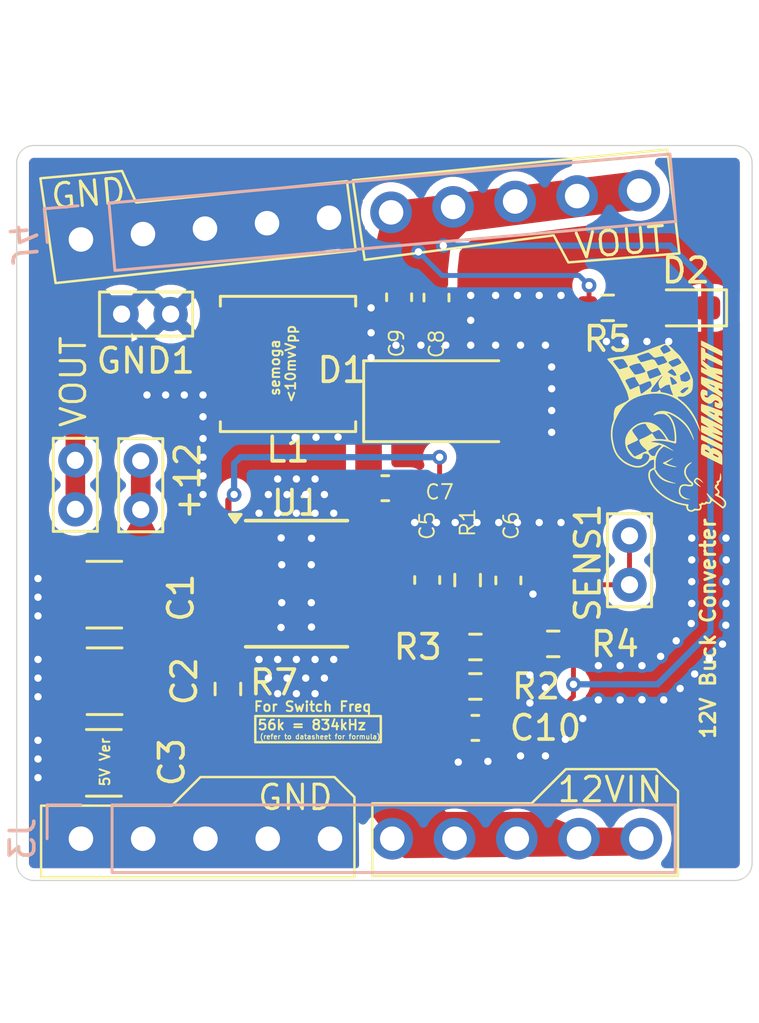
<source format=kicad_pcb>
(kicad_pcb (version 20241229) (generator "pcbnew") (generator_version "9.0")
  (layers (0 "F.Cu" signal) (4 "In1.Cu" signal) (6 "In2.Cu" signal) (2 "B.Cu" signal) (13 "F.Paste" user) (15 "B.Paste" user) (5 "F.SilkS" user "F.Silkscreen") (7 "B.SilkS" user "B.Silkscreen") (1 "F.Mask" user) (3 "B.Mask" user) (25 "Edge.Cuts" user))
  (net 0 "")
  (net 1 "Net-(D2-A)")
  (net 2 "3.3V")
  (net 3 "GND")
  (net 4 "+12V")
  (net 5 "Net-(U1-SS)")
  (net 6 "COMP")
  (net 7 "Net-(C6-Pad1)")
  (net 8 "PH")
  (net 9 "BOOT")
  (net 10 "Net-(R2-Pad1)")
  (net 11 "VSENSE")
  (footprint "Capacitor_SMD:C_1210_3225Metric" (layer "F.Cu") (at 48.043013 58.442586 180)
    (property "Reference" "C1" (at -3.126 -0.127 90) (layer "F.SilkS"))
    (property "Value" "22uF")
    (pad "1" smd roundrect (at -1.475 0 180) (size 1.15 2.7) (layers "F.Cu" "F.Mask" "F.Paste") (roundrect_rratio 0.217391) (net 4 "+12V"))
    (pad "2" smd roundrect (at 1.475 0 180) (size 1.15 2.7) (layers "F.Cu" "F.Mask" "F.Paste") (roundrect_rratio 0.217391) (net 3 "GND"))
  )
  (footprint "Inductor_SMD:L_Changjiang_FNR5020S" (layer "F.Cu") (at 55.538571 49.025399 180)
    (property "Reference" "L1" (at 0 -3.5 180) (layer "F.SilkS"))
    (property "Value" "4.7uH")
    (pad "1" smd roundrect (at -1.85 0 180) (size 1.4 4.2) (layers "F.Cu" "F.Mask" "F.Paste") (roundrect_rratio 0.178571) (net 8 "PH"))
    (pad "2" smd roundrect (at 1.85 0 180) (size 1.4 4.2) (layers "F.Cu" "F.Mask" "F.Paste") (roundrect_rratio 0.178571) (net 2 "3.3V"))
  )
  (footprint "Capacitor_SMD:C_1210_3225Metric" (layer "F.Cu") (at 48.025654 65.307408 180)
    (property "Reference" "C3" (at -2.774346 0.029408 90) (layer "F.SilkS"))
    (property "Value" "22uF")
    (pad "1" smd roundrect (at -1.475 0 180) (size 1.15 2.7) (layers "F.Cu" "F.Mask" "F.Paste") (roundrect_rratio 0.217391) (net 4 "+12V"))
    (pad "2" smd roundrect (at 1.475 0 180) (size 1.15 2.7) (layers "F.Cu" "F.Mask" "F.Paste") (roundrect_rratio 0.217391) (net 3 "GND"))
  )
  (footprint "Resistor_SMD:R_0603_1608Metric" (layer "F.Cu") (at 53.086 62.293 -90)
    (property "Reference" "R7" (at -0.2662 -1.8796 180) (layer "F.SilkS"))
    (property "Value" "56k")
    (pad "1" smd roundrect (at -0.825 0 270) (size 0.8 0.95) (layers "F.Cu" "F.Mask" "F.Paste") (net 5 "Net-(U1-SS)"))
    (pad "2" smd roundrect (at 0.825 0 270) (size 0.8 0.95) (layers "F.Cu" "F.Mask" "F.Paste") (net 3 "GND"))
  )
  (footprint "Capacitor_SMD:C_0603_1608Metric" (layer "F.Cu") (at 63.180161 63.881 180)
    (property "Reference" "C10" (at -2.859839 0 180) (layer "F.SilkS"))
    (property "Value" "47uF")
    (pad "1" smd roundrect (at -0.775 0 180) (size 0.9 0.95) (layers "F.Cu" "F.Mask" "F.Paste") (net 2 "3.3V"))
    (pad "2" smd roundrect (at 0.775 0 180) (size 0.9 0.95) (layers "F.Cu" "F.Mask" "F.Paste") (net 3 "GND"))
  )
  (footprint "Capacitor_SMD:C_0603_1608Metric" (layer "F.Cu") (at 60.071 46.302851 -90)
    (property "Reference" "C9" (at 1.878851 0.101824 90) (layer "F.SilkS") (effects (font (size 0.6 0.6) (thickness 0.075))))
    (property "Value" "47uF")
    (pad "1" smd roundrect (at -0.775 0 270) (size 0.9 0.95) (layers "F.Cu" "F.Mask" "F.Paste") (net 2 "3.3V"))
    (pad "2" smd roundrect (at 0.775 0 270) (size 0.9 0.95) (layers "F.Cu" "F.Mask" "F.Paste") (net 3 "GND"))
  )
  (footprint "Capacitor_SMD:C_0603_1608Metric" (layer "F.Cu") (at 64.527249 57.860692 -90)
    (property "Reference" "C6" (at -2.234692 -0.115751 90) (layer "F.SilkS") (effects (font (size 0.6 0.6) (thickness 0.075))))
    (property "Value" "5.1nF")
    (pad "1" smd roundrect (at -0.775 0 270) (size 0.9 0.95) (layers "F.Cu" "F.Mask" "F.Paste") (net 7 "Net-(C6-Pad1)"))
    (pad "2" smd roundrect (at 0.775 0 270) (size 0.9 0.95) (layers "F.Cu" "F.Mask" "F.Paste") (net 3 "GND"))
  )
  (footprint "Resistor_SMD:R_0603_1608Metric" (layer "F.Cu") (at 63.183 60.579)
    (property "Reference" "R3" (at -2.35 0 0) (layer "F.SilkS"))
    (property "Value" "3k")
    (pad "1" smd roundrect (at -0.825 0) (size 0.8 0.95) (layers "F.Cu" "F.Mask" "F.Paste") (net 10 "Net-(R2-Pad1)"))
    (pad "2" smd roundrect (at 0.825 0) (size 0.8 0.95) (layers "F.Cu" "F.Mask" "F.Paste") (net 11 "VSENSE"))
  )
  (footprint "TestPoint:TestPoint_Bridge_Pitch2.0mm_Drill0.7mm" (layer "F.Cu") (at 50.7492 46.99 180)
    (property "Reference" "GND1" (at 1.016 -1.905 0) (layer "F.SilkS"))
    (property "Value" "TestPoint")
    (pad "1" thru_hole circle (at 0 0 180) (size 1.4 1.4) (drill 0.7) (layers "*.Cu" "*.Mask") (net 3 "GND"))
    (pad "1" thru_hole circle (at 2 0 180) (size 1.4 1.4) (drill 0.7) (layers "*.Cu" "*.Mask") (net 3 "GND"))
  )
  (footprint "Diode_SMD:D_SMA" (layer "F.Cu") (at 62.135 50.546)
    (property "Reference" "D1" (at -4.413 -1.27 0) (layer "F.SilkS"))
    (property "Value" "SS34")
    (pad "1" smd roundrect (at -2 0) (size 2.5 1.8) (layers "F.Cu" "F.Mask" "F.Paste") (roundrect_rratio 0.1388888889) (net 8 "PH"))
    (pad "2" smd roundrect (at 2 0) (size 2.5 1.8) (layers "F.Cu" "F.Mask" "F.Paste") (roundrect_rratio 0.1388888889) (net 3 "GND"))
  )
  (footprint "TestPoint:TestPoint_Bridge_Pitch2.0mm_Drill0.7mm" (layer "F.Cu") (at 46.863 54.959 90)
    (property "Reference" "3.3" (hide yes))
    (property "Value" "TestPoint" (hide yes))
    (pad "1" thru_hole circle (at 0 0 90) (size 1.4 1.4) (drill 0.7) (layers "*.Cu" "*.Mask") (net 2 "3.3V"))
    (pad "1" thru_hole circle (at 2 0 90) (size 1.4 1.4) (drill 0.7) (layers "*.Cu" "*.Mask") (net 2 "3.3V"))
  )
  (footprint "Resistor_SMD:R_0603_1608Metric" (layer "F.Cu") (at 63.180532 62.190349)
    (property "Reference" "R2" (at 2.477 0 0) (layer "F.SilkS"))
    (property "Value" "220")
    (pad "1" smd roundrect (at -0.825 0) (size 0.8 0.95) (layers "F.Cu" "F.Mask" "F.Paste") (net 10 "Net-(R2-Pad1)"))
    (pad "2" smd roundrect (at 0.825 0) (size 0.8 0.95) (layers "F.Cu" "F.Mask" "F.Paste") (net 3 "GND"))
  )
  (footprint "logo:logo bimsak" (layer "F.Cu") (at 70.993 51.562 90)
    (property "Reference" "G***" (hide yes))
    (property "Value" "LOGO" (hide yes))
  )
  (footprint "Capacitor_SMD:C_1210_3225Metric" (layer "F.Cu") (at 48.055 61.976 180)
    (property "Reference" "C2" (at -3.253 0 90) (layer "F.SilkS"))
    (property "Value" "100uF" (hide yes))
    (pad "1" smd roundrect (at -1.475 0 180) (size 1.15 2.7) (layers "F.Cu" "F.Mask" "F.Paste") (roundrect_rratio 0.217391) (net 4 "+12V"))
    (pad "2" smd roundrect (at 1.475 0 180) (size 1.15 2.7) (layers "F.Cu" "F.Mask" "F.Paste") (roundrect_rratio 0.217391) (net 3 "GND"))
  )
  (footprint "Capacitor_SMD:C_0603_1608Metric" (layer "F.Cu") (at 61.217862 57.845581 90)
    (property "Reference" "C5" (at 2.219581 -0.003862 90) (layer "F.SilkS") (effects (font (size 0.6 0.6) (thickness 0.075))))
    (property "Value" "180pF")
    (pad "1" smd roundrect (at -0.775 0 90) (size 0.9 0.95) (layers "F.Cu" "F.Mask" "F.Paste") (net 6 "COMP"))
    (pad "2" smd roundrect (at 0.775 0 90) (size 0.9 0.95) (layers "F.Cu" "F.Mask" "F.Paste") (net 3 "GND"))
  )
  (footprint "LED_SMD:LED_0603_1608Metric_Pad1.05x0.95mm_HandSolder" (layer "F.Cu") (at 71.769 46.736 180)
    (property "Reference" "D2" (at 0 1.524 0) (layer "F.SilkS"))
    (property "Value" "LED")
    (pad "1" smd roundrect (at -0.875 0 180) (size 1.05 0.95) (layers "F.Cu" "F.Mask" "F.Paste") (net 3 "GND"))
    (pad "2" smd roundrect (at 0.875 0 180) (size 1.05 0.95) (layers "F.Cu" "F.Mask" "F.Paste") (net 1 "Net-(D2-A)"))
  )
  (footprint "Resistor_SMD:R_0603_1608Metric" (layer "F.Cu") (at 66.357 60.452 180)
    (property "Reference" "R4" (at -2.517439 -0.014704 0) (layer "F.SilkS"))
    (property "Value" "10k")
    (pad "1" smd roundrect (at -0.825 0 180) (size 0.8 0.95) (layers "F.Cu" "F.Mask" "F.Paste") (net 2 "3.3V"))
    (pad "2" smd roundrect (at 0.825 0 180) (size 0.8 0.95) (layers "F.Cu" "F.Mask" "F.Paste") (net 11 "VSENSE"))
  )
  (footprint "Resistor_SMD:R_0603_1608Metric" (layer "F.Cu") (at 62.865 57.848 90)
    (property "Reference" "R1" (at 2.349 0 270) (layer "F.SilkS") (effects (font (size 0.6 0.6) (thickness 0.075))))
    (property "Value" "5k")
    (pad "1" smd roundrect (at -0.825 0 90) (size 0.8 0.95) (layers "F.Cu" "F.Mask" "F.Paste") (net 6 "COMP"))
    (pad "2" smd roundrect (at 0.825 0 90) (size 0.8 0.95) (layers "F.Cu" "F.Mask" "F.Paste") (net 7 "Net-(C6-Pad1)"))
  )
  (footprint "Capacitor_SMD:C_0603_1608Metric" (layer "F.Cu") (at 59.505917 54.097495 180)
    (property "Reference" "C7" (at -2.216083 -0.156905 0) (layer "F.SilkS") (effects (font (size 0.6 0.6) (thickness 0.075))))
    (property "Value" "100nF")
    (pad "1" smd roundrect (at -0.775 0 180) (size 0.9 0.95) (layers "F.Cu" "F.Mask" "F.Paste") (net 9 "BOOT"))
    (pad "2" smd roundrect (at 0.775 0 180) (size 0.9 0.95) (layers "F.Cu" "F.Mask" "F.Paste") (net 8 "PH"))
  )
  (footprint "Package_SO:TI_SO-PowerPAD-8" (layer "F.Cu") (at 55.885983 57.996194)
    (property "Reference" "U1" (at 0 -3.3 0) (layer "F.SilkS"))
    (property "Value" "~")
    (pad "1" smd rect (at -2.78 -1.905) (size 1.91 0.61) (layers "F.Cu" "F.Mask" "F.Paste") (net 9 "BOOT"))
    (pad "2" smd rect (at -2.78 -0.635) (size 1.91 0.61) (layers "F.Cu" "F.Mask" "F.Paste") (net 4 "+12V"))
    (pad "3" smd rect (at -2.78 0.635) (size 1.91 0.61) (layers "F.Cu" "F.Mask" "F.Paste"))
    (pad "4" smd rect (at -2.78 1.905) (size 1.91 0.61) (layers "F.Cu" "F.Mask" "F.Paste") (net 5 "Net-(U1-SS)"))
    (pad "5" smd rect (at 2.78 1.905) (size 1.91 0.61) (layers "F.Cu" "F.Mask" "F.Paste") (net 11 "VSENSE"))
    (pad "6" smd rect (at 2.78 0.635) (size 1.91 0.61) (layers "F.Cu" "F.Mask" "F.Paste") (net 6 "COMP"))
    (pad "7" smd rect (at 2.78 -0.635) (size 1.91 0.61) (layers "F.Cu" "F.Mask" "F.Paste") (net 3 "GND"))
    (pad "8" smd rect (at 2.78 -1.905) (size 1.91 0.61) (layers "F.Cu" "F.Mask" "F.Paste") (net 8 "PH"))
    (pad "9" smd rect (at -0.6025 -0.775) (size 1.205 1.55) (layers "F.Cu" "F.Mask" "F.Paste") (net 3 "GND"))
    (pad "9" smd rect (at -0.6025 0.775) (size 1.205 1.55) (layers "F.Cu" "F.Mask" "F.Paste") (net 3 "GND"))
    (pad "9" smd rect (at 0.6025 -0.775) (size 1.205 1.55) (layers "F.Cu" "F.Mask" "F.Paste") (net 3 "GND"))
    (pad "9" smd rect (at 0.6025 0.775) (size 1.205 1.55) (layers "F.Cu" "F.Mask" "F.Paste") (net 3 "GND"))
  )
  (footprint "Resistor_SMD:R_0603_1608Metric" (layer "F.Cu") (at 68.58 46.736)
    (property "Reference" "R5" (at 0 1.27 0) (layer "F.SilkS"))
    (property "Value" "500" (hide yes))
    (pad "1" smd roundrect (at -0.825 0) (size 0.8 0.95) (layers "F.Cu" "F.Mask" "F.Paste") (net 2 "3.3V"))
    (pad "2" smd roundrect (at 0.825 0) (size 0.8 0.95) (layers "F.Cu" "F.Mask" "F.Paste") (net 1 "Net-(D2-A)"))
  )
  (footprint "TestPoint:TestPoint_Bridge_Pitch2.0mm_Drill0.7mm" (layer "F.Cu") (at 49.53 52.975 -90)
    (property "Reference" "+12" (at 0.836246 -1.914008 90) (layer "F.SilkS"))
    (property "Value" "TestPoint")
    (pad "1" thru_hole circle (at 0 0 270) (size 1.4 1.4) (drill 0.7) (layers "*.Cu" "*.Mask") (net 4 "+12V"))
    (pad "1" thru_hole circle (at 2 0 270) (size 1.4 1.4) (drill 0.7) (layers "*.Cu" "*.Mask") (net 4 "+12V"))
  )
  (footprint "TestPoint:TestPoint_Bridge_Pitch2.0mm_Drill0.7mm" (layer "F.Cu") (at 69.469 56.039 -90)
    (property "Reference" "SENS1" (at 1.1 1.7 90) (layer "F.SilkS"))
    (property "Value" "TestPoint")
    (pad "1" thru_hole circle (at 0 0 270) (size 1.4 1.4) (drill 0.7) (layers "*.Cu" "*.Mask") (net 11 "VSENSE"))
    (pad "1" thru_hole circle (at 2 0 270) (size 1.4 1.4) (drill 0.7) (layers "*.Cu" "*.Mask") (net 11 "VSENSE"))
  )
  (footprint "Capacitor_SMD:C_0603_1608Metric" (layer "F.Cu") (at 61.595 46.316 -90)
    (property "Reference" "C8" (at 1.892 0 90) (layer "F.SilkS") (effects (font (size 0.6 0.6) (thickness 0.075))))
    (property "Value" "47uF")
    (pad "1" smd roundrect (at -0.775 0 270) (size 0.9 0.95) (layers "F.Cu" "F.Mask" "F.Paste") (net 2 "3.3V"))
    (pad "2" smd roundrect (at 0.775 0 270) (size 0.9 0.95) (layers "F.Cu" "F.Mask" "F.Paste") (net 3 "GND"))
  )
  (footprint "Connector_PinHeader_2.54mm:PinHeader_1x10_P2.54mm_Vertical" (layer "B.Cu") (at 47.090827 43.944567 -85)
    (property "Reference" "J4" (at 0 2.38 95) (layer "B.SilkS") (effects (justify mirror)))
    (property "Value" "Conn_01x10_Socket")
    (pad "1" thru_hole rect (at 0 0 275) (size 1.7 1.7) (drill 1) (layers "*.Cu" "*.Mask") (net 3 "GND"))
    (pad "2" thru_hole circle (at 0 -2.540001 275) (size 1.7 1.7) (drill 1) (layers "*.Cu" "*.Mask") (net 3 "GND"))
    (pad "3" thru_hole circle (at 0 -5.08 275) (size 1.7 1.7) (drill 1) (layers "*.Cu" "*.Mask") (net 3 "GND"))
    (pad "4" thru_hole circle (at 0 -7.62 275) (size 1.7 1.7) (drill 1) (layers "*.Cu" "*.Mask") (net 3 "GND"))
    (pad "5" thru_hole circle (at 0 -10.16 275) (size 1.7 1.7) (drill 1) (layers "*.Cu" "*.Mask") (net 3 "GND"))
    (pad "6" thru_hole circle (at 0 -12.7 275) (size 1.7 1.7) (drill 1) (layers "*.Cu" "*.Mask") (net 2 "3.3V"))
    (pad "7" thru_hole circle (at 0 -15.24 275) (size 1.7 1.7) (drill 1) (layers "*.Cu" "*.Mask") (net 2 "3.3V"))
    (pad "8" thru_hole circle (at 0 -17.78 275) (size 1.7 1.7) (drill 1) (layers "*.Cu" "*.Mask") (net 2 "3.3V"))
    (pad "9" thru_hole circle (at 0 -20.32 275) (size 1.7 1.7) (drill 1) (layers "*.Cu" "*.Mask") (net 2 "3.3V"))
    (pad "10" thru_hole circle (at 0 -22.86 275) (size 1.7 1.7) (drill 1) (layers "*.Cu" "*.Mask") (net 2 "3.3V"))
  )
  (footprint "Connector_PinHeader_2.54mm:PinHeader_1x10_P2.54mm_Vertical" (layer "B.Cu") (at 47.090827 68.40436 -90)
    (property "Reference" "J3" (at 0 2.38 90) (layer "B.SilkS") (effects (justify mirror)))
    (property "Value" "Conn_01x10_Socket")
    (pad "1" thru_hole rect (at 0 0 270) (size 1.7 1.7) (drill 1) (layers "*.Cu" "*.Mask") (net 3 "GND"))
    (pad "2" thru_hole circle (at 0 -2.54 270) (size 1.7 1.7) (drill 1) (layers "*.Cu" "*.Mask") (net 3 "GND"))
    (pad "3" thru_hole circle (at 0 -5.08 270) (size 1.7 1.7) (drill 1) (layers "*.Cu" "*.Mask") (net 3 "GND"))
    (pad "4" thru_hole circle (at 0 -7.62 270) (size 1.7 1.7) (drill 1) (layers "*.Cu" "*.Mask") (net 3 "GND"))
    (pad "5" thru_hole circle (at 0 -10.16 270) (size 1.7 1.7) (drill 1) (layers "*.Cu" "*.Mask") (net 3 "GND"))
    (pad "6" thru_hole circle (at 0 -12.7 270) (size 1.7 1.7) (drill 1) (layers "*.Cu" "*.Mask") (net 4 "+12V"))
    (pad "7" thru_hole circle (at 0 -15.24 270) (size 1.7 1.7) (drill 1) (layers "*.Cu" "*.Mask") (net 4 "+12V"))
    (pad "8" thru_hole circle (at 0 -17.78 270) (size 1.7 1.7) (drill 1) (layers "*.Cu" "*.Mask") (net 4 "+12V"))
    (pad "9" thru_hole circle (at 0 -20.32 270) (size 1.7 1.7) (drill 1) (layers "*.Cu" "*.Mask") (net 4 "+12V"))
    (pad "10" thru_hole circle (at 0 -22.86 270) (size 1.7 1.7) (drill 1) (layers "*.Cu" "*.Mask") (net 4 "+12V"))
  )
  (gr_poly (pts (xy 58.665826 44.77582) (xy 66.379065 43.775767) (xy 66.973828 44.880032) (xy 71.50337 44.513897) (xy 71.008807 40.269901) (xy 58.184545 41.527181)) (stroke (width 0.1)) (fill no) (layer "F.SilkS"))
  (gr_poly (pts (xy 45.466 69.977) (xy 58.248233 69.977) (xy 58.248233 66.703342) (xy 57.43234 65.887449) (xy 51.968551 65.887449) (xy 50.8 67.056) (xy 45.466 67.056)) (stroke (width 0.1)) (fill no) (layer "F.SilkS"))
  (gr_rect (start 54.2036 63.3984) (end 59.323969 64.4652) (stroke (width 0.1)) (fill no) (layer "F.SilkS"))
  (gr_poly (pts (xy 58.978242 69.923967) (xy 71.447537 69.923967) (xy 71.447537 66.452991) (xy 70.558537 65.563991) (xy 66.875537 65.563991) (xy 65.478537 66.960991) (xy 58.978242 66.960991)) (stroke (width 0.1)) (fill no) (layer "F.SilkS"))
  (gr_poly (pts (xy 46.057298 45.724406) (xy 58.301421 44.392465) (xy 57.944323 41.564508) (xy 49.340278 42.435626) (xy 48.768 41.148) (xy 45.435725 41.447698)) (stroke (width 0.1)) (fill no) (layer "F.SilkS"))
  (gr_line (start 74.469834 40.8168) (end 74.469834 69.402557) (stroke (width 0.05)) (layer "Edge.Cuts"))
  (gr_line (start 44.469837 69.402557) (end 44.469837 40.8168) (stroke (width 0.05)) (layer "Edge.Cuts"))
  (gr_arc (start 74.469834 69.402557) (mid 74.262727 69.902557) (end 73.762727 70.109664) (stroke (width 0.05)) (layer "Edge.Cuts"))
  (gr_arc (start 73.762727 40.109664) (mid 74.262727 40.316771) (end 74.469834 40.816771) (stroke (width 0.05)) (layer "Edge.Cuts"))
  (gr_arc (start 44.469834 40.816771) (mid 44.676941 40.316771) (end 45.176941 40.109664) (stroke (width 0.05)) (layer "Edge.Cuts"))
  (gr_line (start 73.772649 70.109664) (end 45.1769 70.109664) (stroke (width 0.05)) (layer "Edge.Cuts"))
  (gr_arc (start 45.176941 70.109664) (mid 44.676941 69.902557) (end 44.469834 69.402557) (stroke (width 0.05)) (layer "Edge.Cuts"))
  (gr_line (start 45.176941 40.109735) (end 73.762727 40.109735) (stroke (width 0.05)) (layer "Edge.Cuts"))
  (gr_text "VOUT" (at 47.371 51.689 90) (layer "F.SilkS") (effects (font (size 1 1) (thickness 0.125)) (justify left bottom)))
  (gr_text "GND" (at 45.847 42.799 5) (layer "F.SilkS") (effects (font (size 1 1) (thickness 0.125)) (justify left bottom)))
  (gr_text "For Switch Freq" (at 54.102 63.246 0) (layer "F.SilkS") (effects (font (size 0.4 0.4) (thickness 0.08) (bold yes)) (justify left bottom)))
  (gr_text "semoga \n<10mvVpp" (at 55.88 49.022 90) (layer "F.SilkS") (effects (font (size 0.4 0.4) (thickness 0.08) (bold yes)) (justify bottom)))
  (gr_text "VOUT" (at 67.217164 44.822776 5) (layer "F.SilkS") (effects (font (size 1 1) (thickness 0.125)) (justify left bottom)))
  (gr_text "56k = 834kHz\n" (at 54.257927 63.997346 0) (layer "F.SilkS") (effects (font (size 0.4 0.4) (thickness 0.08) (bold yes)) (justify left bottom)))
  (gr_text "12VIN\n" (at 66.450092 66.982462 0) (layer "F.SilkS") (effects (font (size 1 1) (thickness 0.125)) (justify left bottom)))
  (gr_text "5V Ver\n" (at 48.304098 66.309808 90) (layer "F.SilkS") (effects (font (size 0.4 0.4) (thickness 0.08) (bold yes)) (justify left bottom)))
  (gr_text "GND" (at 54.233186 67.304524 0) (layer "F.SilkS") (effects (font (size 1 1) (thickness 0.125)) (justify left bottom)))
  (gr_text "(refer to datasheet for formula)" (at 54.370063 64.358469 0) (layer "F.SilkS") (effects (font (size 0.2 0.2) (thickness 0.04) (bold yes)) (justify left bottom)))
  (gr_text "12V Buck Converter\n" (at 73.025 64.389 90) (layer "F.SilkS") (effects (font (size 0.6 0.6) (thickness 0.12) (bold yes)) (justify left bottom)))
  (segment (start 69.405 46.736) (end 70.894 46.736) (width 0.2) (layer "F.Cu") (net 1))
  (segment (start 53.688571 49.025399) (end 49.653601 49.025399) (width 0.8) (layer "F.Cu") (net 2))
  (segment (start 55.128971 45.485) (end 53.688571 46.9254) (width 1.5) (layer "F.Cu") (net 2))
  (segment (start 63.907 63.881) (end 65.889208 63.881) (width 0.2) (layer "F.Cu") (net 2))
  (segment (start 67.182 60.452) (end 67.182 62.588209) (width 0.2) (layer "F.Cu") (net 2))
  (segment (start 67.182 62.588209) (end 65.964604 63.805604) (width 0.2) (layer "F.Cu") (net 2))
  (segment (start 53.688571 46.9254) (end 53.688571 49.025399) (width 1.5) (layer "F.Cu") (net 2))
  (segment (start 46.863 51.816) (end 46.863 54.959) (width 0.8) (layer "F.Cu") (net 2))
  (segment (start 67.818 45.8216) (end 67.818 46.673) (width 0.2) (layer "F.Cu") (net 2))
  (segment (start 67.818 46.673) (end 67.755 46.736) (width 0.2) (layer "F.Cu") (net 2))
  (segment (start 49.653601 49.025399) (end 46.863 51.816) (width 0.8) (layer "F.Cu") (net 2))
  (segment (start 65.889208 63.881) (end 65.964604 63.805604) (width 0.2) (layer "F.Cu") (net 2))
  (segment (start 60.028149 45.485) (end 55.128971 45.485) (width 1.5) (layer "F.Cu") (net 2))
  (via (at 61.8744 44.196) (size 0.6) (drill 0.3) (layers "F.Cu" "B.Cu") (net 2))
  (via (at 60.8584 44.45) (size 0.6) (drill 0.3) (layers "F.Cu" "B.Cu") (net 2))
  (via (at 67.182 62.103) (size 0.6) (drill 0.3) (layers "F.Cu" "B.Cu") (net 2))
  (via (at 67.818 45.8216) (size 0.6) (drill 0.3) (layers "F.Cu" "B.Cu") (net 2))
  (segment (start 61.8744 44.196) (end 71.12 44.196) (width 0.254) (layer "B.Cu") (net 2))
  (segment (start 67.818 45.8216) (end 67.4116 45.4152) (width 0.2) (layer "B.Cu") (net 2))
  (segment (start 67.4116 45.4152) (end 61.8236 45.4152) (width 0.2) (layer "B.Cu") (net 2))
  (segment (start 70.612 62.103) (end 67.182 62.103) (width 0.254) (layer "B.Cu") (net 2))
  (segment (start 72.771 59.944) (end 70.612 62.103) (width 0.254) (layer "B.Cu") (net 2))
  (segment (start 71.12 44.196) (end 72.771 45.847) (width 0.254) (layer "B.Cu") (net 2))
  (segment (start 61.8236 45.4152) (end 60.8584 44.45) (width 0.2) (layer "B.Cu") (net 2))
  (segment (start 72.771 45.847) (end 72.771 59.944) (width 0.254) (layer "B.Cu") (net 2))
  (segment (start 58.665983 57.361194) (end 56.628483 57.361194) (width 0.254) (layer "F.Cu") (net 3))
  (segment (start 56.628483 57.361194) (end 56.488483 57.221194) (width 0.254) (layer "F.Cu") (net 3))
  (segment (start 62.405161 63.79072) (end 64.005532 62.190349) (width 0.2) (layer "F.Cu") (net 3))
  (segment (start 62.405161 63.881) (end 62.405161 63.79072) (width 0.2) (layer "F.Cu") (net 3))
  (segment (start 58.956596 57.070581) (end 58.665983 57.361194) (width 0.2) (layer "F.Cu") (net 3))
  (segment (start 61.217862 57.070581) (end 61.388581 57.070581) (width 0.2) (layer "F.Cu") (net 3))
  (segment (start 61.217862 57.070581) (end 58.956596 57.070581) (width 0.2) (layer "F.Cu") (net 3))
  (via (at 66.04 62.23) (size 0.6) (drill 0.3) (layers "F.Cu" "B.Cu") (net 3))
  (via (at 65.024 48.26) (size 0.6) (drill 0.3) (layers "F.Cu" "B.Cu") (net 3))
  (via (at 65.786 46.228) (size 0.6) (drill 0.3) (layers "F.Cu" "B.Cu") (net 3))
  (via (at 69.2912 48.1076) (size 0.6) (drill 0.3) (layers "F.Cu" "B.Cu") (net 3))
  (via (at 70.739 60.96) (size 0.6) (drill 0.3) (layers "F.Cu" "B.Cu") (net 3))
  (via (at 54.737 54.356) (size 0.6) (drill 0.3) (layers "F.Cu" "B.Cu") (net 3))
  (via (at 57.404 55.118) (size 0.6) (drill 0.3) (layers "F.Cu" "B.Cu") (net 3))
  (via (at 56.642 55.118) (size 0.6) (drill 0.3) (layers "F.Cu" "B.Cu") (net 3))
  (via (at 55.826929 52.029853) (size 0.6) (drill 0.3) (layers "F.Cu" "B.Cu") (net 3))
  (via (at 56.261 54.356) (size 0.6) (drill 0.3) (layers "F.Cu" "B.Cu") (net 3))
  (via (at 68.199 62.738) (size 0.6) (drill 0.3) (layers "F.Cu" "B.Cu") (net 3))
  (via (at 56.488483 57.221194) (size 0.6) (drill 0.3) (layers "F.Cu" "B.Cu") (net 3))
  (via (at 45.339 58.547) (size 0.6) (drill 0.3) (layers "F.Cu" "B.Cu") (net 3))
  (via (at 55.88 53.721) (size 0.6) (drill 0.3) (layers "F.Cu" "B.Cu") (net 3))
  (via (at 55.118 55.118) (size 0.6) (drill 0.3) (layers "F.Cu" "B.Cu") (net 3))
  (via (at 45.339 64.389) (size 0.6) (drill 0.3) (layers "F.Cu" "B.Cu") (net 3))
  (via (at 56.682342 52.01916) (size 0.6) (drill 0.3) (layers "F.Cu" "B.Cu") (net 3))
  (via (at 71.534522 62.273205) (size 0.6) (drill 0.3) (layers "F.Cu" "B.Cu") (net 3))
  (via (at 51.308 50.292) (size 0.6) (drill 0.3) (layers "F.Cu" "B.Cu") (net 3))
  (via (at 60.96 48.26) (size 0.6) (drill 0.3) (layers "F.Cu" "B.Cu") (net 3))
  (via (at 68.5292 48.1076) (size 0.6) (drill 0.3) (layers "F.Cu" "B.Cu") (net 3))
  (via (at 71.374 60.325) (size 0.6) (drill 0.3) (layers "F.Cu" "B.Cu") (net 3))
  (via (at 66.294 49.149) (size 0.6) (drill 0.3) (layers "F.Cu" "B.Cu") (net 3))
  (via (at 66.675 55.499) (size 0.6) (drill 0.3) (layers "F.Cu" "B.Cu") (net 3))
  (via (at 56.642 53.721) (size 0.6) (drill 0.3) (layers "F.Cu" "B.Cu") (net 3))
  (via (at 45.339 65.913) (size 0.6) (drill 0.3) (layers "F.Cu" "B.Cu") (net 3))
  (via (at 73.406 57.912) (size 0.6) (drill 0.3) (layers "F.Cu" "B.Cu") (net 3))
  (via (at 55.118 53.721) (size 0.6) (drill 0.3) (layers "F.Cu" "B.Cu") (net 3))
  (via (at 62.992 48.26) (size 0.6) (drill 0.3) (layers "F.Cu" "B.Cu") (net 3))
  (via (at 45.339 61.849) (size 0.6) (drill 0.3) (layers "F.Cu" "B.Cu") (net 3))
  (via (at 63.246 55.499) (size 0.6) (drill 0.3) (layers "F.Cu" "B.Cu") (net 3))
  (via (at 62.357 55.499) (size 0.6) (drill 0.3) (layers "F.Cu" "B.Cu") (net 3))
  (via (at 73.398 59.69) (size 0.6) (drill 0.3) (layers "F.Cu" "B.Cu") (net 3))
  (via (at 66.675 46.228) (size 0.6) (drill 0.3) (layers "F.Cu" "B.Cu") (net 3))
  (via (at 58.928 48.768) (size 0.6) (drill 0.3) (layers "F.Cu" "B.Cu") (net 3))
  (via (at 52.07 53.594) (size 0.6) (drill 0.3) (layers "F.Cu" "B.Cu") (net 3))
  (via (at 55.88 62.484) (size 0.6) (drill 0.3) (layers "F.Cu" "B.Cu") (net 3))
  (via (at 65.786 55.499) (size 0.6) (drill 0.3) (layers "F.Cu" "B.Cu") (net 3))
  (via (at 57.023 54.356) (size 0.6) (drill 0.3) (layers "F.Cu" "B.Cu") (net 3))
  (via (at 45.339 62.611) (size 0.6) (drill 0.3) (layers "F.Cu" "B.Cu") (net 3))
  (via (at 72.126835 61.680891) (size 0.6) (drill 0.3) (layers "F.Cu" "B.Cu") (net 3))
  (via (at 64.135 55.499) (size 0.6) (drill 0.3) (layers "F.Cu" "B.Cu") (net 3))
  (via (at 70.866 62.738) (size 0.6) (drill 0.3) (layers "F.Cu" "B.Cu") (net 3))
  (via (at 68.199 61.341) (size 0.6) (drill 0.3) (layers "F.Cu" "B.Cu") (net 3))
  (via (at 45.339 59.309) (size 0.6) (drill 0.3) (layers "F.Cu" "B.Cu") (net 3))
  (via (at 70.1802 48.1076) (size 0.6) (drill 0.3) (layers "F.Cu" "B.Cu") (net 3))
  (via (at 52.07 50.292) (size 0.6) (drill 0.3) (layers "F.Cu" "B.Cu") (net 3))
  (via (at 54.356 61.087) (size 0.6) (drill 0.3) (layers "F.Cu" "B.Cu") (net 3))
  (via (at 55.253894 59.782224) (size 0.6) (drill 0.3) (layers "F.Cu" "B.Cu") (net 3))
  (via (at 60.706 55.499) (size 0.6) (drill 0.3) (layers "F.Cu" "B.Cu") (net 3))
  (via (at 66.04 48.26) (size 0.6) (drill 0.3) (layers "F.Cu" "B.Cu") (net 3))
  (via (at 71.0692 48.1076) (size 0.6) (drill 0.3) (layers "F.Cu" "B.Cu") (net 3))
  (via (at 66.294 50.038) (size 0.6) (drill 0.3) (layers "F.Cu" "B.Cu") (net 3))
  (via (at 55.88 61.087) (size 0.6) (drill 0.3) (layers "F.Cu" "B.Cu") (net 3))
  (via (at 56.495083 59.764365) (size 0.6) (drill 0.3) (layers "F.Cu" "B.Cu") (net 3))
  (via (at 69.088 62.738) (size 0.6) (drill 0.3) (layers "F.Cu" "B.Cu") (net 3))
  (via (at 66.294 50.927) (size 0.6) (drill 0.3) (layers "F.Cu" "B.Cu") (net 3))
  (via (at 64.897 55.499) (size 0.6) (drill 0.3) (layers "F.Cu" "B.Cu") (net 3))
  (via (at 52.07 51.181) (size 0.6) (drill 0.3) (layers "F.Cu" "B.Cu") (net 3))
  (via (at 66.294 51.816) (size 0.6) (drill 0.3) (layers "F.Cu" "B.Cu") (net 3))
  (via (at 57.404 61.087) (size 0.6) (drill 0.3) (layers "F.Cu" "B.Cu") (net 3))
  (via (at 49.784 50.292) (size 0.6) (drill 0.3) (layers "F.Cu" "B.Cu") (net 3))
  (via (at 65.405 61.722) (size 0.6) (drill 0.3) (layers "F.Cu" "B.Cu") (net 3))
  (via (at 65.405 62.865) (size 0.6) (drill 0.3) (layers "F.Cu" "B.Cu") (net 3))
  (via (at 73.414 57.023) (size 0.6) (drill 0.3) (layers "F.Cu" "B.Cu") (net 3))
  (via (at 61.595 55.499) (size 0.6) (drill 0.3) (layers "F.Cu" "B.Cu") (net 3))
  (via (at 55.88 55.118) (size 0.6) (drill 0.3) (layers "F.Cu" "B.Cu") (net 3))
  (via (at 50.546 50.292) (size 0.6) (drill 0.3) (layers "F.Cu" "B.Cu") (net 3))
  (via (at 56.497129 56.143929) (size 0.6) (drill 0.3) (layers "F.Cu" "B.Cu") (net 3))
  (via (at 45.339 65.151) (size 0.6) (drill 0.3) (layers "F.Cu" "B.Cu") (net 3))
  (via (at 67.564 63.5) (size 0.6) (drill 0.3) (layers "F.Cu" "B.Cu") (net 3))
  (via (at 72.009 58.801) (size 0.6) (drill 0.3) (layers "F.Cu" "B.Cu") (net 3))
  (via (at 62.992 47.244) (size 0.6) (drill 0.3) (layers "F.Cu" "B.Cu") (net 3))
  (via (at 56.488483 58.771194) (size 0.6) (drill 0.3) (layers "F.Cu" "B.Cu") (net 3))
  (via (at 55.118 62.484) (size 0.6) (drill 0.3) (layers "F.Cu" "B.Cu") (net 3))
  (via (at 65.532 58.42) (size 0.6) (drill 0.3) (layers "F.Cu" "B.Cu") (net 3))
  (via (at 62.992 46.228) (size 0.6) (drill 0.3) (layers "F.Cu" "B.Cu") (net 3))
  (via (at 69.977 61.341) (size 0.6) (drill 0.3) (layers "F.Cu" "B.Cu") (net 3))
  (via (at 73.406 56.134) (size 0.6) (drill 0.3) (layers "F.Cu" "B.Cu") (net 3))
  (via (at 65.024 65.024) (size 0.6) (drill 0.3) (layers "F.Cu" "B.Cu") (net 3))
  (via (at 72.009 56.134) (size 0.6) (drill 0.3) (layers "F.Cu" "B.Cu") (net 3))
  (via (at 55.283483 57.221194) (size 0.6) (drill 0.3) (layers "F.Cu" "B.Cu") (net 3))
  (via (at 57.023 61.849) (size 0.6) (drill 0.3) (layers "F.Cu" "B.Cu") (net 3))
  (via (at 52.07 54.356) (size 0.6) (drill 0.3) (layers "F.Cu" "B.Cu") (net 3))
  (via (at 61.976 48.26) (size 0.6) (drill 0.3) (layers "F.Cu" "B.Cu") (net 3))
  (via (at 73.263805 60.462223) (size 0.6) (drill 0.3) (layers "F.Cu" "B.Cu") (net 3))
  (via (at 64.897 46.228) (size 0.6) (drill 0.3) (layers "F.Cu" "B.Cu") (net 3))
  (via (at 66.04 65.024) (size 0.6) (drill 0.3) (layers "F.Cu" "B.Cu") (net 3))
  (via (at 55.499 61.849) (size 0.6) (drill 0.3) (layers "F.Cu" "B.Cu") (net 3))
  (via (at 52.07 52.832) (size 0.6) (drill 0.3) (layers "F.Cu" "B.Cu") (net 3))
  (via (at 72.009 57.023) (size 0.6) (drill 0.3) (layers "F.Cu" "B.Cu") (net 3))
  (via (at 63.692429 65.247673) (size 0.6) (drill 0.3) (layers "F.Cu" "B.Cu") (net 3))
  (via (at 45.339 61.087) (size 0.6) (drill 0.3) (layers "F.Cu" "B.Cu") (net 3))
  (via (at 52.07 52.07) (size 0.6) (drill 0.3) (layers "F.Cu" "B.Cu") (net 3))
  (via (at 54.737 61.849) (size 0.6) (drill 0.3) (layers "F.Cu" "B.Cu") (net 3))
  (via (at 54.356 55.118) (size 0.6) (drill 0.3) (layers "F.Cu" "B.Cu") (net 3))
  (via (at 72.009 57.912) (size 0.6) (drill 0.3) (layers "F.Cu" "B.Cu") (net 3))
  (via (at 55.258917 56.12607) (size 0.6) (drill 0.3) (layers "F.Cu" "B.Cu") (net 3))
  (via (at 69.977 62.73) (size 0.6) (drill 0.3) (layers "F.Cu" "B.Cu") (net 3))
  (via (at 66.853624 64.348143) (size 0.6) (drill 0.3) (layers "F.Cu" "B.Cu") (net 3))
  (via (at 56.642 61.087) (size 0.6) (drill 0.3) (layers "F.Cu" "B.Cu") (net 3))
  (via (at 55.499 54.356) (size 0.6) (drill 0.3) (layers "F.Cu" "B.Cu") (net 3))
  (via (at 58.928 46.736) (size 0.6) (drill 0.3) (layers "F.Cu" "B.Cu") (net 3))
  (via (at 69.088 61.341) (size 0.6) (drill 0.3) (layers "F.Cu" "B.Cu") (net 3))
  (via (at 71.988327 59.619043) (size 0.6) (drill 0.3) (layers "F.Cu" "B.Cu") (net 3))
  (via (at 72.719149 61.061345) (size 0.6) (drill 0.3) (layers "F.Cu" "B.Cu") (net 3))
  (via (at 59.944 48.26) (size 0.6) (drill 0.3) (layers "F.Cu" "B.Cu") (net 3))
  (via (at 58.928 47.752) (size 0.6) (drill 0.3) (layers "F.Cu" "B.Cu") (net 3))
  (via (at 64.008 46.228) (size 0.6) (drill 0.3) (layers "F.Cu" "B.Cu") (net 3))
  (via (at 62.484 65.278) (size 0.6) (drill 0.3) (layers "F.Cu" "B.Cu") (net 3))
  (via (at 64.008 48.26) (size 0.6) (drill 0.3) (layers "F.Cu" "B.Cu") (net 3))
  (via (at 56.642 62.484) (size 0.6) (drill 0.3) (layers "F.Cu" "B.Cu") (net 3))
  (via (at 56.261 61.849) (size 0.6) (drill 0.3) (layers "F.Cu" "B.Cu") (net 3))
  (via (at 55.118 61.087) (size 0.6) (drill 0.3) (layers "F.Cu" "B.Cu") (net 3))
  (via (at 45.339 57.785) (size 0.6) (drill 0.3) (layers "F.Cu" "B.Cu") (net 3))
  (via (at 57.580527 52.008468) (size 0.6) (drill 0.3) (layers "F.Cu" "B.Cu") (net 3))
  (via (at 55.283483 58.771194) (size 0.6) (drill 0.3) (layers "F.Cu" "B.Cu") (net 3))
  (via (at 73.406 58.801) (size 0.6) (drill 0.3) (layers "F.Cu" "B.Cu") (net 3))
  (segment (start 49.53 52.975) (end 49.53 54.975) (width 0.8) (layer "F.Cu") (net 4))
  (segment (start 69.950827 68.350369) (end 67.410827 68.350369) (width 0.8) (layer "F.Cu") (net 4))
  (segment (start 49.518013 54.986987) (end 49.53 54.975) (width 0.8) (layer "F.Cu") (net 4))
  (segment (start 49.518013 58.442586) (end 49.518013 54.986987) (width 0.8) (layer "F.Cu") (net 4))
  (segment (start 53.105983 59.901194) (end 53.105983 61.448017) (width 0.2) (layer "F.Cu") (net 5))
  (segment (start 53.105983 61.448017) (end 53.086 61.468) (width 0.2) (layer "F.Cu") (net 5))
  (segment (start 53.105983 59.901194) (end 53.086 59.921177) (width 0.2) (layer "F.Cu") (net 5))
  (segment (start 58.665983 58.631194) (end 62.822194 58.631194) (width 0.254) (layer "F.Cu") (net 6))
  (segment (start 62.822194 58.631194) (end 62.992 58.801) (width 0.254) (layer "F.Cu") (net 6))
  (segment (start 62.914372 58.623628) (end 62.865 58.673) (width 0.2) (layer "F.Cu") (net 6))
  (segment (start 64.464557 57.023) (end 64.527249 57.085692) (width 0.2) (layer "F.Cu") (net 7))
  (segment (start 62.865 57.023) (end 64.464557 57.023) (width 0.2) (layer "F.Cu") (net 7))
  (segment (start 58.665983 56.091194) (end 58.665983 54.61) (width 0.762) (layer "F.Cu") (net 8))
  (segment (start 58.665983 52.832) (end 58.665983 51.316018) (width 0.762) (layer "F.Cu") (net 8))
  (segment (start 58.665983 51.316018) (end 58.923992 51.058009) (width 0.762) (layer "F.Cu") (net 8))
  (segment (start 58.665983 54.61) (end 58.665983 52.832) (width 0.762) (layer "F.Cu") (net 8))
  (segment (start 58.665983 53.594) (end 58.665983 52.832) (width 0.762) (layer "F.Cu") (net 8))
  (segment (start 58.665983 51.316017) (end 59.436 50.546) (width 0.762) (layer "F.Cu") (net 8))
  (segment (start 59.436 50.546) (end 59.427983 50.546) (width 0.762) (layer "F.Cu") (net 8))
  (segment (start 58.665983 52.832) (end 58.665983 51.316017) (width 0.762) (layer "F.Cu") (net 8))
  (segment (start 61.722 52.832) (end 61.748 52.858) (width 0.2) (layer "F.Cu") (net 9))
  (segment (start 60.452 54.102) (end 61.227 54.102) (width 0.2) (layer "F.Cu") (net 9))
  (segment (start 61.227 54.102) (end 61.722 53.607) (width 0.2) (layer "F.Cu") (net 9))
  (segment (start 53.105983 54.590017) (end 53.105983 56.091194) (width 0.254) (layer "F.Cu") (net 9))
  (segment (start 61.722 53.607) (end 61.722 52.832) (width 0.2) (layer "F.Cu") (net 9))
  (segment (start 53.34 54.356) (end 53.105983 54.590017) (width 0.254) (layer "F.Cu") (net 9))
  (via (at 61.722 52.832) (size 0.6) (drill 0.3) (layers "F.Cu" "B.Cu") (net 9))
  (via (at 53.34 54.356) (size 0.6) (drill 0.3) (layers "F.Cu" "B.Cu") (net 9))
  (segment (start 53.594 52.832) (end 53.34 53.086) (width 0.254) (layer "B.Cu") (net 9))
  (segment (start 61.722 52.832) (end 53.594 52.832) (width 0.254) (layer "B.Cu") (net 9))
  (segment (start 53.34 53.086) (end 53.34 54.356) (width 0.254) (layer "B.Cu") (net 9))
  (segment (start 62.358 60.579) (end 62.358 62.187881) (width 0.2) (layer "F.Cu") (net 10))
  (segment (start 62.358 62.187881) (end 62.355532 62.190349) (width 0.2) (layer "F.Cu") (net 10))
  (segment (start 64.008 60.579) (end 64.008 60.198) (width 0.2) (layer "F.Cu") (net 11))
  (segment (start 65.61141 60.579) (end 65.624701 60.565709) (width 0.2) (layer "F.Cu") (net 11))
  (segment (start 67.056 58.039) (end 69.469 58.039) (width 0.2) (layer "F.Cu") (net 11))
  (segment (start 60.748806 59.901194) (end 58.665983 59.901194) (width 0.2) (layer "F.Cu") (net 11))
  (segment (start 65.532 60.452) (end 65.532 59.563) (width 0.2) (layer "F.Cu") (net 11))
  (segment (start 58.665983 59.901194) (end 59.393194 59.901194) (width 0.254) (layer "F.Cu") (net 11))
  (segment (start 69.469 58.039) (end 69.469 56.039) (width 0.2) (layer "F.Cu") (net 11))
  (segment (start 63.5 59.69) (end 60.96 59.69) (width 0.2) (layer "F.Cu") (net 11))
  (segment (start 64.008 60.579) (end 65.61141 60.579) (width 0.2) (layer "F.Cu") (net 11))
  (segment (start 65.532 59.563) (end 67.056 58.039) (width 0.2) (layer "F.Cu") (net 11))
  (segment (start 60.96 59.69) (end 60.748806 59.901194) (width 0.2) (layer "F.Cu") (net 11))
  (segment (start 64.008 60.198) (end 63.5 59.69) (width 0.2) (layer "F.Cu") (net 11))
  (zone (net 3) (net_name "GND") (layer "F.Cu") (priority 5) (connect_pads yes (clearance 0.381)) (min_thickness 0.381) (fill yes (thermal_gap 0.5) (thermal_bridge_width 0.5) (smoothing chamfer))
    (polygon (pts (xy 46.482 64.065028) (xy 45.085 64.065028) (xy 45.085 66.294) (xy 46.482 66.294)))
  )
  (zone (net 0) (net_name "") (layer "F.Cu") (connect_pads yes (clearance 0)) (min_thickness 0.25)
    (keepout (tracks allowed) (vias allowed) (pads allowed) (copperpour not_allowed) (footprints allowed))
    (fill (thermal_gap 0.5) (thermal_bridge_width 0.5))
    (polygon (pts (xy 46.955776 56.592881) (xy 48.359534 56.597005) (xy 48.358995 63.824353) (xy 46.948126 63.824353) (xy 46.955376 56.592783) (xy 46.955805 56.592783)))
  )
  (zone (net 3) (net_name "GND") (layer "F.Cu") (priority 7) (connect_pads yes (clearance 0.381)) (min_thickness 0.25) (fill yes (thermal_gap 0.5) (thermal_bridge_width 0.5))
    (polygon (pts (xy 60.2996 55.7276) (xy 60.6044 55.2196) (xy 61.68124 55.217781) (xy 61.700634 57.302599) (xy 61.5188 57.51641) (xy 60.96 57.51641) (xy 60.745604 57.168993) (xy 59.846701 57.170884) (xy 59.843373 56.183827)))
  )
  (zone (net 3) (net_name "GND") (layer "F.Cu") (priority 7) (connect_pads yes (clearance 0.381)) (min_thickness 0.25) (fill yes (thermal_gap 0.5) (thermal_bridge_width 0.5))
    (polygon (pts (xy 63.996502 58.166) (xy 65.024 58.166) (xy 65.278 57.658) (xy 66.421 58.039) (xy 65.370508 59.058779) (xy 63.996502 59.055)))
  )
  (zone (net 0) (net_name "") (layer "F.Cu") (connect_pads yes (clearance 0)) (min_thickness 0.25)
    (keepout (tracks allowed) (vias allowed) (pads allowed) (copperpour not_allowed) (footprints allowed))
    (fill (thermal_gap 0.5) (thermal_bridge_width 0.5))
    (polygon (pts (xy 56.134 51.435) (xy 54.741687 51.461379) (xy 54.735756 46.284905) (xy 56.052525 46.278809)))
  )
  (zone (net 0) (net_name "") (layer "F.Cu") (connect_pads yes (clearance 0)) (min_thickness 0.25)
    (keepout (tracks allowed) (vias allowed) (pads allowed) (copperpour not_allowed) (footprints allowed))
    (fill (thermal_gap 0.5) (thermal_bridge_width 0.5))
    (polygon (pts (xy 58.248421 61.712993) (xy 58.257169 60.332328) (xy 61.58597 60.328513) (xy 61.602334 61.703016)))
  )
  (zone (net 2) (net_name "3.3V") (layer "F.Cu") (priority 6) (connect_pads yes (clearance 0.381)) (min_thickness 0.381) (fill yes (thermal_gap 0.5) (thermal_bridge_width 0.5) (smoothing chamfer) (island_removal_mode 1) (island_area_min 10))
    (polygon (pts (xy 59.534245 42.418) (xy 58.9788 44.704) (xy 58.419538 44.704) (xy 54.3052 44.704) (xy 53.0098 45.830439) (xy 53.0098 47.117) (xy 54.376144 47.117) (xy 54.403887 46.312431) (xy 55.046625 45.847) (xy 55.753 45.847) (xy 58.928 45.847) (xy 60.134364 46.226814) (xy 61.976 45.974) (xy 62.1665 44.2595) (xy 62.800436 43.615564) (xy 70.231 42.672) (xy 69.85 41.148)))
  )
  (zone (net 8) (net_name "PH") (layer "F.Cu") (priority 1) (connect_pads yes (clearance 0.381)) (min_thickness 0.25) (fill yes (thermal_gap 0.5) (thermal_bridge_width 0.5))
    (polygon (pts (xy 56.721024 46.947155) (xy 56.805898 50.886327) (xy 57.710774 50.885938) (xy 58.293 51.467913) (xy 58.293 55.372) (xy 57.912 55.88) (xy 58.419998 55.880508) (xy 59.59786 55.898907) (xy 59.374502 55.376154) (xy 59.362504 51.369963) (xy 61.341 51.376802) (xy 61.341 49.893919) (xy 59.055 49.657) (xy 58.038434 49.382671) (xy 58.024862 46.940732)))
  )
  (zone (net 0) (net_name "") (layer "F.Cu") (connect_pads yes (clearance 0)) (min_thickness 0.25)
    (keepout (tracks allowed) (vias allowed) (pads allowed) (copperpour not_allowed) (footprints allowed))
    (fill (thermal_gap 0.5) (thermal_bridge_width 0.5))
    (polygon (pts (xy 52.358618 64.573761) (xy 51.464818 64.568099) (xy 51.458068 58.676833) (xy 52.323994 58.672824)))
  )
  (zone (net 3) (net_name "GND") (layer "F.Cu") (priority 7) (connect_pads yes (clearance 0.381)) (min_thickness 0.25) (fill yes (thermal_gap 0.5) (thermal_bridge_width 0.5))
    (polygon (pts (xy 63.615502 61.468) (xy 65.786 61.468) (xy 65.786 62.738) (xy 65.659 62.865) (xy 63.615502 62.865)))
  )
  (zone (net 3) (net_name "GND") (layer "F.Cu") (priority 5) (connect_pads yes (clearance 0.381)) (min_thickness 0.381) (fill yes (thermal_gap 0.5) (thermal_bridge_width 0.5) (smoothing chamfer))
    (polygon (pts (xy 46.482 57.531) (xy 45.085 57.531) (xy 45.085 59.69) (xy 46.482 59.69)))
  )
  (zone (net 4) (net_name "+12V") (layer "F.Cu") (priority 3) (connect_pads yes (clearance 0.381)) (min_thickness 0.25) (fill yes (thermal_gap 0.5) (thermal_bridge_width 0.5))
    (polygon (pts (xy 49.276 66.548) (xy 49.276 65.024) (xy 48.514 64.516) (xy 48.514 56.642) (xy 49.20029 55.372) (xy 49.911 55.372) (xy 50.546 56.642) (xy 52.94547 57.077206) (xy 52.93686 57.628227) (xy 51.18478 58.513174) (xy 51.180557 64.935854) (xy 60.452 65.024) (xy 61.976 67.31) (xy 65.786 67.31) (xy 70.104 69.088) (xy 60.253935 69.198484) (xy 58.311568 66.548)))
  )
  (zone (net 3) (net_name "GND") (layer "F.Cu") (priority 5) (connect_pads yes (clearance 0.381)) (min_thickness 0.381) (fill yes (thermal_gap 0.5) (thermal_bridge_width 0.5) (smoothing chamfer))
    (polygon (pts (xy 46.482 60.833) (xy 45.085 60.833) (xy 45.085 62.992) (xy 46.482 62.992)))
  )
  (zone (net 0) (net_name "") (layer "F.Cu") (connect_pads (clearance 0)) (min_thickness 0.25)
    (keepout (tracks allowed) (vias allowed) (pads allowed) (copperpour not_allowed) (footprints allowed))
    (fill (thermal_gap 0.5) (thermal_bridge_width 0.5))
    (polygon (pts (xy 60.452 54.991) (xy 66.421 54.991) (xy 66.421 54.61) (xy 60.452 54.737)))
  )
  (zone (net 3) (net_name "GND") (layers "F.Cu" "B.Cu") (priority 5) (connect_pads yes (clearance 0.381)) (min_thickness 0.25) (fill yes (thermal_gap 0.5) (thermal_bridge_width 0.5))
    (polygon (pts (xy 44.659918 48.758537) (xy 44.654367 46.221122) (xy 49.149 46.229101) (xy 49.149 48.692581)))
  )
  (zone (net 3) (net_name "GND") (layers "F.Cu" "B.Cu") (priority 5) (connect_pads yes (clearance 0.381)) (min_thickness 0.25) (fill yes (thermal_gap 0.5) (thermal_bridge_width 0.5))
    (polygon (pts (xy 45.222081 45.59201) (xy 44.958 42.291) (xy 58.482353 41.186972) (xy 58.734533 44.213146)))
  )
  (zone (net 3) (net_name "GND") (layers "F.Cu" "B.Cu") (priority 5) (connect_pads yes (clearance 0.381)) (min_thickness 0.25) (fill yes (thermal_gap 0.5) (thermal_bridge_width 0.5))
    (polygon (pts (xy 57.773794 67.014123) (xy 58.422778 67.546622) (xy 58.43944 70.194745) (xy 45.334206 70.234118) (xy 45.366837 66.999036)))
  )
  (zone (net 0) (net_name "") (layers "F.Cu" "B.Cu") (connect_pads yes (clearance 0)) (min_thickness 0.381)
    (keepout (tracks allowed) (vias allowed) (pads allowed) (copperpour not_allowed) (footprints allowed))
    (fill (thermal_gap 0.5) (thermal_bridge_width 0.5) (island_removal_mode 1) (island_area_min 10))
    (polygon (pts (xy 58.435842 68.82524) (xy 58.805737 68.910216) (xy 59.085657 69.470057) (xy 58.435842 69.630011) (xy 58.435842 68.830239) (xy 58.435797 68.824784) (xy 58.435854 68.825267) (xy 58.435797 68.825295) (xy 58.435826 68.825239) (xy 58.435882 68.825323)))
  )
  (zone (net 3) (net_name "GND") (layers "F.Cu" "B.Cu" "In1.Cu" "In2.Cu") (connect_pads yes (clearance 0.381)) (min_thickness 0.381) (fill yes (thermal_gap 0.5) (thermal_bridge_width 0.5) (smoothing chamfer))
    (polygon (pts (xy 44.323068 39.505383) (xy 74.295904 39.495564) (xy 74.295091 70.232774) (xy 44.323068 70.229591)))
  )
)
</source>
